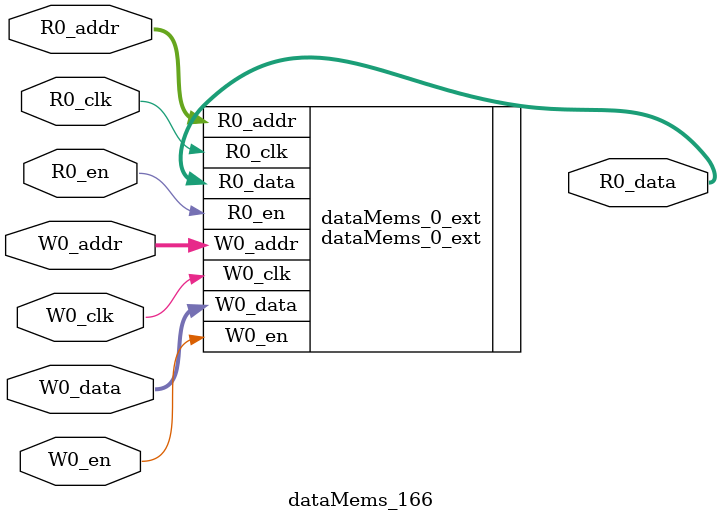
<source format=sv>
`ifndef RANDOMIZE
  `ifdef RANDOMIZE_REG_INIT
    `define RANDOMIZE
  `endif // RANDOMIZE_REG_INIT
`endif // not def RANDOMIZE
`ifndef RANDOMIZE
  `ifdef RANDOMIZE_MEM_INIT
    `define RANDOMIZE
  `endif // RANDOMIZE_MEM_INIT
`endif // not def RANDOMIZE

`ifndef RANDOM
  `define RANDOM $random
`endif // not def RANDOM

// Users can define 'PRINTF_COND' to add an extra gate to prints.
`ifndef PRINTF_COND_
  `ifdef PRINTF_COND
    `define PRINTF_COND_ (`PRINTF_COND)
  `else  // PRINTF_COND
    `define PRINTF_COND_ 1
  `endif // PRINTF_COND
`endif // not def PRINTF_COND_

// Users can define 'ASSERT_VERBOSE_COND' to add an extra gate to assert error printing.
`ifndef ASSERT_VERBOSE_COND_
  `ifdef ASSERT_VERBOSE_COND
    `define ASSERT_VERBOSE_COND_ (`ASSERT_VERBOSE_COND)
  `else  // ASSERT_VERBOSE_COND
    `define ASSERT_VERBOSE_COND_ 1
  `endif // ASSERT_VERBOSE_COND
`endif // not def ASSERT_VERBOSE_COND_

// Users can define 'STOP_COND' to add an extra gate to stop conditions.
`ifndef STOP_COND_
  `ifdef STOP_COND
    `define STOP_COND_ (`STOP_COND)
  `else  // STOP_COND
    `define STOP_COND_ 1
  `endif // STOP_COND
`endif // not def STOP_COND_

// Users can define INIT_RANDOM as general code that gets injected into the
// initializer block for modules with registers.
`ifndef INIT_RANDOM
  `define INIT_RANDOM
`endif // not def INIT_RANDOM

// If using random initialization, you can also define RANDOMIZE_DELAY to
// customize the delay used, otherwise 0.002 is used.
`ifndef RANDOMIZE_DELAY
  `define RANDOMIZE_DELAY 0.002
`endif // not def RANDOMIZE_DELAY

// Define INIT_RANDOM_PROLOG_ for use in our modules below.
`ifndef INIT_RANDOM_PROLOG_
  `ifdef RANDOMIZE
    `ifdef VERILATOR
      `define INIT_RANDOM_PROLOG_ `INIT_RANDOM
    `else  // VERILATOR
      `define INIT_RANDOM_PROLOG_ `INIT_RANDOM #`RANDOMIZE_DELAY begin end
    `endif // VERILATOR
  `else  // RANDOMIZE
    `define INIT_RANDOM_PROLOG_
  `endif // RANDOMIZE
`endif // not def INIT_RANDOM_PROLOG_

// Include register initializers in init blocks unless synthesis is set
`ifndef SYNTHESIS
  `ifndef ENABLE_INITIAL_REG_
    `define ENABLE_INITIAL_REG_
  `endif // not def ENABLE_INITIAL_REG_
`endif // not def SYNTHESIS

// Include rmemory initializers in init blocks unless synthesis is set
`ifndef SYNTHESIS
  `ifndef ENABLE_INITIAL_MEM_
    `define ENABLE_INITIAL_MEM_
  `endif // not def ENABLE_INITIAL_MEM_
`endif // not def SYNTHESIS

module dataMems_166(	// @[generators/ara/src/main/scala/UnsafeAXI4ToTL.scala:365:62]
  input  [4:0]  R0_addr,
  input         R0_en,
  input         R0_clk,
  output [66:0] R0_data,
  input  [4:0]  W0_addr,
  input         W0_en,
  input         W0_clk,
  input  [66:0] W0_data
);

  dataMems_0_ext dataMems_0_ext (	// @[generators/ara/src/main/scala/UnsafeAXI4ToTL.scala:365:62]
    .R0_addr (R0_addr),
    .R0_en   (R0_en),
    .R0_clk  (R0_clk),
    .R0_data (R0_data),
    .W0_addr (W0_addr),
    .W0_en   (W0_en),
    .W0_clk  (W0_clk),
    .W0_data (W0_data)
  );
endmodule


</source>
